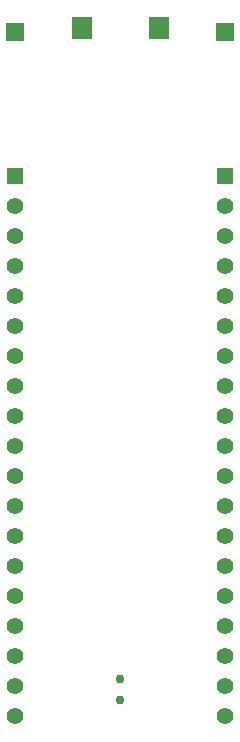
<source format=gbs>
G04 #@! TF.GenerationSoftware,KiCad,Pcbnew,(5.1.9-0-10_14)*
G04 #@! TF.CreationDate,2021-07-10T20:46:14+09:00*
G04 #@! TF.ProjectId,EB-STM32L4P5CG,45422d53-544d-4333-924c-34503543472e,V1.0*
G04 #@! TF.SameCoordinates,Original*
G04 #@! TF.FileFunction,Soldermask,Bot*
G04 #@! TF.FilePolarity,Negative*
%FSLAX46Y46*%
G04 Gerber Fmt 4.6, Leading zero omitted, Abs format (unit mm)*
G04 Created by KiCad (PCBNEW (5.1.9-0-10_14)) date 2021-07-10 20:46:14*
%MOMM*%
%LPD*%
G01*
G04 APERTURE LIST*
%ADD10R,1.600000X1.600000*%
%ADD11C,0.750000*%
%ADD12C,1.400000*%
%ADD13R,1.400000X1.400000*%
%ADD14R,1.800000X1.900000*%
G04 APERTURE END LIST*
D10*
X8900000Y12200000D03*
X-8890000Y12200000D03*
D11*
X0Y-44400000D03*
X0Y-42600000D03*
D12*
X8890000Y-45720000D03*
X8890000Y-43180000D03*
X8890000Y-40640000D03*
X8890000Y-38100000D03*
X8890000Y-35560000D03*
X8890000Y-33020000D03*
D13*
X8890000Y0D03*
D12*
X8890000Y-2540000D03*
X8890000Y-5080000D03*
X8890000Y-7620000D03*
X8890000Y-10160000D03*
X8890000Y-12700000D03*
X8890000Y-15240000D03*
X8890000Y-17780000D03*
X8890000Y-20320000D03*
X8890000Y-22860000D03*
X8890000Y-25400000D03*
X8890000Y-27940000D03*
X8890000Y-30480000D03*
X-8890000Y-45720000D03*
X-8890000Y-43180000D03*
X-8890000Y-40640000D03*
X-8890000Y-38100000D03*
X-8890000Y-35560000D03*
X-8890000Y-33020000D03*
D13*
X-8890000Y0D03*
D12*
X-8890000Y-2540000D03*
X-8890000Y-5080000D03*
X-8890000Y-7620000D03*
X-8890000Y-10160000D03*
X-8890000Y-12700000D03*
X-8890000Y-15240000D03*
X-8890000Y-17780000D03*
X-8890000Y-20320000D03*
X-8890000Y-22860000D03*
X-8890000Y-25400000D03*
X-8890000Y-27940000D03*
X-8890000Y-30480000D03*
D14*
X-3250000Y12500000D03*
X3250000Y12500000D03*
M02*

</source>
